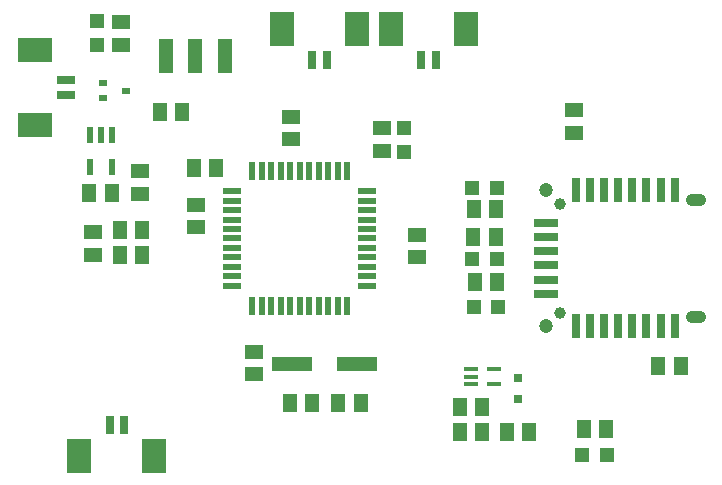
<source format=gtp>
G75*
%MOIN*%
%OFA0B0*%
%FSLAX25Y25*%
%IPPOS*%
%LPD*%
%AMOC8*
5,1,8,0,0,1.08239X$1,22.5*
%
%ADD10R,0.07874X0.03150*%
%ADD11R,0.03150X0.07874*%
%ADD12C,0.03937*%
%ADD13C,0.03937*%
%ADD14C,0.04724*%
%ADD15R,0.04724X0.04724*%
%ADD16R,0.05906X0.05118*%
%ADD17R,0.05118X0.05906*%
%ADD18R,0.02200X0.05200*%
%ADD19R,0.04600X0.01400*%
%ADD20R,0.03150X0.02756*%
%ADD21R,0.02165X0.05906*%
%ADD22R,0.05906X0.02165*%
%ADD23R,0.13780X0.04724*%
%ADD24R,0.08268X0.11811*%
%ADD25R,0.03150X0.06299*%
%ADD26R,0.11811X0.08268*%
%ADD27R,0.06299X0.03150*%
%ADD28R,0.02559X0.02362*%
%ADD29R,0.04724X0.11811*%
D10*
X0216216Y0099522D03*
X0216216Y0104246D03*
X0216216Y0108971D03*
X0216216Y0113695D03*
X0216216Y0118420D03*
X0216216Y0123144D03*
D11*
X0226058Y0133971D03*
X0230783Y0133971D03*
X0235507Y0133971D03*
X0240231Y0133971D03*
X0244956Y0133971D03*
X0249680Y0133971D03*
X0254405Y0133971D03*
X0259129Y0133971D03*
X0259129Y0088695D03*
X0254405Y0088695D03*
X0249680Y0088695D03*
X0244956Y0088695D03*
X0240231Y0088695D03*
X0235507Y0088695D03*
X0230783Y0088695D03*
X0226058Y0088695D03*
D12*
X0220940Y0093026D03*
X0220940Y0129443D03*
D13*
X0265035Y0130821D02*
X0265035Y0130821D01*
X0267397Y0130821D01*
X0267397Y0130821D01*
X0265035Y0130821D01*
X0265035Y0091845D02*
X0265035Y0091845D01*
X0267397Y0091845D01*
X0267397Y0091845D01*
X0265035Y0091845D01*
D14*
X0216216Y0088695D03*
X0216216Y0133971D03*
D15*
X0199830Y0134791D03*
X0191562Y0134791D03*
X0169050Y0146673D03*
X0169050Y0154941D03*
X0191680Y0111209D03*
X0199948Y0111209D03*
X0200326Y0095209D03*
X0192058Y0095209D03*
X0228381Y0045657D03*
X0236649Y0045657D03*
X0066491Y0182311D03*
X0066491Y0190579D03*
D16*
X0074685Y0190070D03*
X0074685Y0182590D03*
X0131128Y0158459D03*
X0131128Y0150979D03*
X0161444Y0147280D03*
X0161444Y0154760D03*
X0173121Y0119264D03*
X0173121Y0111783D03*
X0118869Y0080264D03*
X0118869Y0072783D03*
X0065184Y0112579D03*
X0065184Y0120059D03*
X0080751Y0132949D03*
X0080751Y0140429D03*
X0099405Y0129217D03*
X0099405Y0121736D03*
X0225610Y0153159D03*
X0225610Y0160639D03*
D17*
X0199649Y0127776D03*
X0192169Y0127776D03*
X0192011Y0118335D03*
X0199491Y0118335D03*
X0199869Y0103335D03*
X0192389Y0103335D03*
X0154452Y0063098D03*
X0146972Y0063098D03*
X0138365Y0063122D03*
X0130885Y0063122D03*
X0187436Y0061697D03*
X0194917Y0061697D03*
X0194917Y0053429D03*
X0187436Y0053429D03*
X0203184Y0053429D03*
X0210665Y0053429D03*
X0228775Y0054531D03*
X0236255Y0054531D03*
X0253690Y0075472D03*
X0261170Y0075472D03*
X0106302Y0141610D03*
X0098822Y0141610D03*
X0094948Y0160083D03*
X0087468Y0160083D03*
X0071499Y0133051D03*
X0064019Y0133051D03*
X0074074Y0120862D03*
X0081554Y0120862D03*
X0081554Y0112382D03*
X0074074Y0112382D03*
D18*
X0071459Y0141643D03*
X0064059Y0141643D03*
X0064059Y0152443D03*
X0067759Y0152443D03*
X0071459Y0152443D03*
D19*
X0191313Y0074533D03*
X0191313Y0071933D03*
X0191313Y0069333D03*
X0198913Y0069333D03*
X0198913Y0074533D03*
D20*
X0206924Y0071539D03*
X0206924Y0064453D03*
D21*
X0149869Y0095547D03*
X0146720Y0095547D03*
X0143570Y0095547D03*
X0140420Y0095547D03*
X0137271Y0095547D03*
X0134121Y0095547D03*
X0130972Y0095547D03*
X0127822Y0095547D03*
X0124672Y0095547D03*
X0121523Y0095547D03*
X0118373Y0095547D03*
X0118373Y0140429D03*
X0121523Y0140429D03*
X0124672Y0140429D03*
X0127822Y0140429D03*
X0130972Y0140429D03*
X0134121Y0140429D03*
X0137271Y0140429D03*
X0140420Y0140429D03*
X0143570Y0140429D03*
X0146720Y0140429D03*
X0149869Y0140429D03*
D22*
X0156562Y0133736D03*
X0156562Y0130587D03*
X0156562Y0127437D03*
X0156562Y0124287D03*
X0156562Y0121138D03*
X0156562Y0117988D03*
X0156562Y0114839D03*
X0156562Y0111689D03*
X0156562Y0108539D03*
X0156562Y0105390D03*
X0156562Y0102240D03*
X0111680Y0102240D03*
X0111680Y0105390D03*
X0111680Y0108539D03*
X0111680Y0111689D03*
X0111680Y0114839D03*
X0111680Y0117988D03*
X0111680Y0121138D03*
X0111680Y0124287D03*
X0111680Y0127437D03*
X0111680Y0130587D03*
X0111680Y0133736D03*
D23*
X0131680Y0076144D03*
X0153334Y0076144D03*
D24*
X0060700Y0045550D03*
X0085700Y0045550D03*
X0128188Y0187689D03*
X0153188Y0187689D03*
X0164558Y0187689D03*
X0189558Y0187689D03*
D25*
X0179519Y0177453D03*
X0174598Y0177453D03*
X0143149Y0177453D03*
X0138228Y0177453D03*
X0075661Y0055787D03*
X0070739Y0055787D03*
D26*
X0045861Y0155898D03*
X0045861Y0180898D03*
D27*
X0056098Y0170858D03*
X0056098Y0165937D03*
D28*
X0068570Y0164650D03*
X0076247Y0167209D03*
X0068570Y0169768D03*
D29*
X0089476Y0178634D03*
X0099318Y0178634D03*
X0109161Y0178634D03*
M02*

</source>
